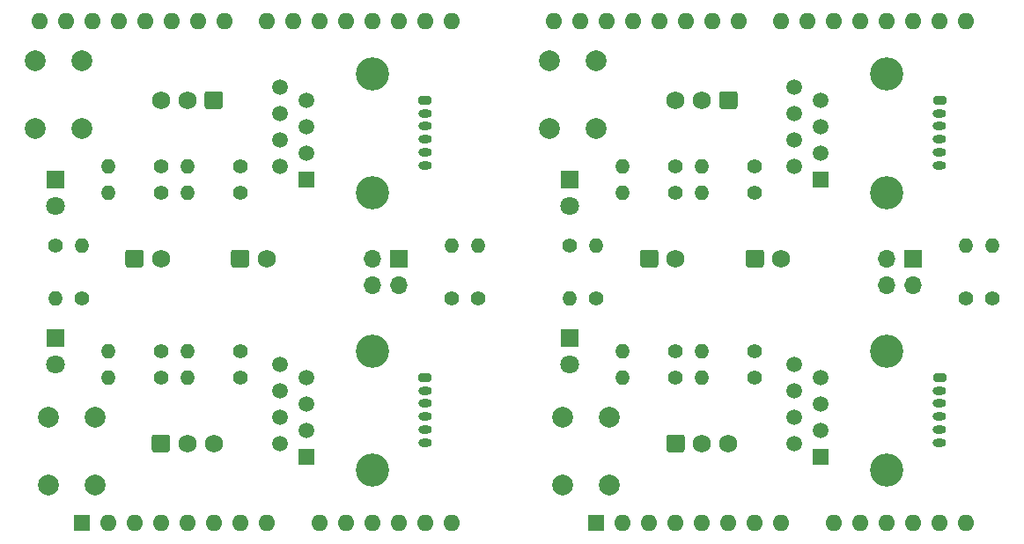
<source format=gts>
%MOIN*%
%OFA0B0*%
%FSLAX46Y46*%
%IPPOS*%
%LPD*%
%ADD10C,0.055118110236220472*%
%ADD11O,0.055118110236220472X0.055118110236220472*%
%ADD12O,0.062992125984251982X0.062992125984251982*%
%ADD13R,0.062992125984251982X0.062992125984251982*%
%ADD14C,0.070866141732283464*%
%ADD15R,0.070866141732283464X0.070866141732283464*%
%ADD16R,0.066929133858267723X0.066929133858267723*%
%ADD17O,0.066929133858267723X0.066929133858267723*%
%ADD18O,0.051181102362204731X0.031496062992125991*%
%ADD19C,0.068503937007874022*%
%ADD20C,0.12598425196850396*%
%ADD21R,0.059055118110236227X0.059055118110236227*%
%ADD22C,0.059055118110236227*%
%ADD23C,0.07874015748031496*%
%ADD34C,0.055118110236220472*%
%ADD35O,0.055118110236220472X0.055118110236220472*%
%ADD36O,0.062992125984251982X0.062992125984251982*%
%ADD37R,0.062992125984251982X0.062992125984251982*%
%ADD38C,0.070866141732283464*%
%ADD39R,0.070866141732283464X0.070866141732283464*%
%ADD40R,0.066929133858267723X0.066929133858267723*%
%ADD41O,0.066929133858267723X0.066929133858267723*%
%ADD42O,0.051181102362204731X0.031496062992125991*%
%ADD43C,0.068503937007874022*%
%ADD44C,0.12598425196850396*%
%ADD45R,0.059055118110236227X0.059055118110236227*%
%ADD46C,0.059055118110236227*%
%ADD47C,0.07874015748031496*%
%LPD*%
G01*
D10*
X-0005275590Y0005236220D02*
X0000874409Y0000636220D03*
D11*
X0000674409Y0000636220D03*
D10*
X0000174409Y0001136220D03*
D11*
X0000174409Y0000936220D03*
D10*
X0000274409Y0000936220D03*
D11*
X0000274409Y0001136220D03*
D10*
X0000574409Y0000636220D03*
D11*
X0000374409Y0000636220D03*
D10*
X0000574409Y0000736220D03*
D11*
X0000374409Y0000736220D03*
D10*
X0000874409Y0000736220D03*
D11*
X0000674409Y0000736220D03*
D10*
X0000874409Y0001336220D03*
D11*
X0000674409Y0001336220D03*
D10*
X0000574409Y0001336220D03*
D11*
X0000374409Y0001336220D03*
D10*
X0000874409Y0001436220D03*
D11*
X0000674409Y0001436220D03*
D10*
X0000574409Y0001436220D03*
D11*
X0000374409Y0001436220D03*
D12*
X0001574409Y0001986220D03*
X0001674409Y0001986220D03*
X0001674409Y0000086220D03*
X0001574409Y0000086220D03*
X0000314566Y0001986220D03*
X0001474409Y0000086220D03*
X0000414566Y0001986220D03*
X0001374409Y0000086220D03*
X0000514566Y0001986220D03*
X0001274409Y0000086220D03*
X0000614566Y0001986220D03*
X0001174409Y0000086220D03*
X0000714566Y0001986220D03*
X0000974409Y0000086220D03*
X0000814566Y0001986220D03*
X0000874409Y0000086220D03*
X0000974409Y0001986220D03*
X0000774409Y0000086220D03*
X0001074409Y0001986220D03*
X0000674409Y0000086220D03*
X0001174409Y0001986220D03*
X0000574409Y0000086220D03*
X0001274409Y0001986220D03*
X0000474409Y0000086220D03*
X0001374409Y0001986220D03*
X0000374409Y0000086220D03*
X0001474409Y0001986220D03*
D13*
X0000274409Y0000086220D03*
D12*
X0000114566Y0001986220D03*
X0000214566Y0001986220D03*
D14*
X0000174409Y0001286220D03*
D15*
X0000174409Y0001386220D03*
X0000174409Y0000786220D03*
D14*
X0000174409Y0000686220D03*
D16*
X0001474409Y0001086220D03*
D17*
X0001374409Y0001086220D03*
X0001474409Y0000986220D03*
X0001374409Y0000986220D03*
G36*
G01*
X0001556692Y0000651968D02*
X0001592125Y0000651968D01*
G75*
G02*
X0001599999Y0000644094J-0000007874D01*
G01*
X0001599999Y0000628346D01*
G75*
G02*
X0001592125Y0000620472I-0000007874D01*
G01*
X0001556692Y0000620472D01*
G75*
G02*
X0001548818Y0000628346J0000007874D01*
G01*
X0001548818Y0000644094D01*
G75*
G02*
X0001556692Y0000651968I0000007874D01*
G01*
G37*
D18*
X0001574409Y0000587007D03*
X0001574409Y0000537795D03*
X0001574409Y0000488582D03*
X0001574409Y0000439370D03*
X0001574409Y0000390157D03*
G36*
G01*
X0000440157Y0001061810D02*
X0000440157Y0001110629D01*
G75*
G02*
X0000449999Y0001120472I0000009842D01*
G01*
X0000498818Y0001120472D01*
G75*
G02*
X0000508661Y0001110629J-0000009842D01*
G01*
X0000508661Y0001061810D01*
G75*
G02*
X0000498818Y0001051968I-0000009842D01*
G01*
X0000449999Y0001051968D01*
G75*
G02*
X0000440157Y0001061810J0000009842D01*
G01*
G37*
D19*
X0000574409Y0001086220D03*
G36*
G01*
X0000540157Y0000361810D02*
X0000540157Y0000410629D01*
G75*
G02*
X0000549999Y0000420472I0000009842D01*
G01*
X0000598818Y0000420472D01*
G75*
G02*
X0000608661Y0000410629J-0000009842D01*
G01*
X0000608661Y0000361810D01*
G75*
G02*
X0000598818Y0000351968I-0000009842D01*
G01*
X0000549999Y0000351968D01*
G75*
G02*
X0000540157Y0000361810J0000009842D01*
G01*
G37*
X0000674409Y0000386220D03*
X0000774409Y0000386220D03*
X0000574409Y0001686220D03*
X0000674409Y0001686220D03*
G36*
G01*
X0000808661Y0001710629D02*
X0000808661Y0001661810D01*
G75*
G02*
X0000798818Y0001651968I-0000009842D01*
G01*
X0000749999Y0001651968D01*
G75*
G02*
X0000740157Y0001661810J0000009842D01*
G01*
X0000740157Y0001710629D01*
G75*
G02*
X0000749999Y0001720472I0000009842D01*
G01*
X0000798818Y0001720472D01*
G75*
G02*
X0000808661Y0001710629J-0000009842D01*
G01*
G37*
D20*
X0001374409Y0000736220D03*
X0001374409Y0000286220D03*
D21*
X0001124409Y0000336220D03*
D22*
X0001024409Y0000386220D03*
X0001124409Y0000436220D03*
X0001024409Y0000486220D03*
X0001124409Y0000536220D03*
X0001024409Y0000586220D03*
X0001124409Y0000636220D03*
X0001024409Y0000686220D03*
X0001024409Y0001736220D03*
X0001124409Y0001686220D03*
X0001024409Y0001636220D03*
X0001124409Y0001586220D03*
X0001024409Y0001536220D03*
X0001124409Y0001486220D03*
X0001024409Y0001436220D03*
D21*
X0001124409Y0001386220D03*
D20*
X0001374409Y0001336220D03*
X0001374409Y0001786220D03*
D18*
X0001574409Y0001440157D03*
X0001574409Y0001489370D03*
X0001574409Y0001538582D03*
X0001574409Y0001587795D03*
X0001574409Y0001637007D03*
G36*
G01*
X0001556692Y0001701968D02*
X0001592125Y0001701968D01*
G75*
G02*
X0001599999Y0001694094J-0000007874D01*
G01*
X0001599999Y0001678346D01*
G75*
G02*
X0001592125Y0001670472I-0000007874D01*
G01*
X0001556692Y0001670472D01*
G75*
G02*
X0001548818Y0001678346J0000007874D01*
G01*
X0001548818Y0001694094D01*
G75*
G02*
X0001556692Y0001701968I0000007874D01*
G01*
G37*
D19*
X0000974409Y0001086220D03*
G36*
G01*
X0000840157Y0001061810D02*
X0000840157Y0001110629D01*
G75*
G02*
X0000849999Y0001120472I0000009842D01*
G01*
X0000898818Y0001120472D01*
G75*
G02*
X0000908661Y0001110629J-0000009842D01*
G01*
X0000908661Y0001061810D01*
G75*
G02*
X0000898818Y0001051968I-0000009842D01*
G01*
X0000849999Y0001051968D01*
G75*
G02*
X0000840157Y0001061810J0000009842D01*
G01*
G37*
D23*
X0000097244Y0001836220D03*
X0000274409Y0001836220D03*
X0000097244Y0001580314D03*
X0000274409Y0001580314D03*
X0000324409Y0000230314D03*
X0000147244Y0000230314D03*
X0000324409Y0000486220D03*
X0000147244Y0000486220D03*
D10*
X0001674409Y0000936220D03*
D11*
X0001674409Y0001136220D03*
X0001774409Y0001136220D03*
D10*
X0001774409Y0000936220D03*
G04 next file*
%LPD*%
G04 #@! TF.GenerationSoftware,KiCad,Pcbnew,(5.1.10)-1*
G04 #@! TF.CreationDate,2021-10-24T19:50:33-07:00*
G04 #@! TF.ProjectId,project,70726f6a-6563-4742-9e6b-696361645f70,rev?*
G04 #@! TF.SameCoordinates,Original*
G04 #@! TF.FileFunction,Soldermask,Top*
G04 #@! TF.FilePolarity,Negative*
G04 Gerber Fmt 4.6, Leading zero omitted, Abs format (unit mm)*
G04 Created by KiCad (PCBNEW (5.1.10)-1) date 2021-10-24 19:50:33*
G01*
G04 APERTURE LIST*
G04 APERTURE END LIST*
D34*
X-0003326771Y0005236220D02*
X0002823228Y0000636220D03*
D35*
X0002623228Y0000636220D03*
D34*
X0002123228Y0001136220D03*
D35*
X0002123228Y0000936220D03*
D34*
X0002223228Y0000936220D03*
D35*
X0002223228Y0001136220D03*
D34*
X0002523228Y0000636220D03*
D35*
X0002323228Y0000636220D03*
D34*
X0002523228Y0000736220D03*
D35*
X0002323228Y0000736220D03*
D34*
X0002823228Y0000736220D03*
D35*
X0002623228Y0000736220D03*
D34*
X0002823228Y0001336220D03*
D35*
X0002623228Y0001336220D03*
D34*
X0002523228Y0001336220D03*
D35*
X0002323228Y0001336220D03*
D34*
X0002823228Y0001436220D03*
D35*
X0002623228Y0001436220D03*
D34*
X0002523228Y0001436220D03*
D35*
X0002323228Y0001436220D03*
D36*
X0003523228Y0001986220D03*
X0003623228Y0001986220D03*
X0003623228Y0000086220D03*
X0003523228Y0000086220D03*
X0002263385Y0001986220D03*
X0003423228Y0000086220D03*
X0002363385Y0001986220D03*
X0003323228Y0000086220D03*
X0002463385Y0001986220D03*
X0003223228Y0000086220D03*
X0002563385Y0001986220D03*
X0003123228Y0000086220D03*
X0002663385Y0001986220D03*
X0002923228Y0000086220D03*
X0002763385Y0001986220D03*
X0002823228Y0000086220D03*
X0002923228Y0001986220D03*
X0002723228Y0000086220D03*
X0003023228Y0001986220D03*
X0002623228Y0000086220D03*
X0003123228Y0001986220D03*
X0002523228Y0000086220D03*
X0003223228Y0001986220D03*
X0002423228Y0000086220D03*
X0003323228Y0001986220D03*
X0002323228Y0000086220D03*
X0003423228Y0001986220D03*
D37*
X0002223228Y0000086220D03*
D36*
X0002063385Y0001986220D03*
X0002163385Y0001986220D03*
D38*
X0002123228Y0001286220D03*
D39*
X0002123228Y0001386220D03*
X0002123228Y0000786220D03*
D38*
X0002123228Y0000686220D03*
D40*
X0003423228Y0001086220D03*
D41*
X0003323228Y0001086220D03*
X0003423228Y0000986220D03*
X0003323228Y0000986220D03*
G36*
G01*
X0003505511Y0000651968D02*
X0003540944Y0000651968D01*
G75*
G02*
X0003548818Y0000644094J-0000007874D01*
G01*
X0003548818Y0000628346D01*
G75*
G02*
X0003540944Y0000620472I-0000007874D01*
G01*
X0003505511Y0000620472D01*
G75*
G02*
X0003497637Y0000628346J0000007874D01*
G01*
X0003497637Y0000644094D01*
G75*
G02*
X0003505511Y0000651968I0000007874D01*
G01*
G37*
D42*
X0003523228Y0000587007D03*
X0003523228Y0000537795D03*
X0003523228Y0000488582D03*
X0003523228Y0000439370D03*
X0003523228Y0000390157D03*
G36*
G01*
X0002388976Y0001061810D02*
X0002388976Y0001110629D01*
G75*
G02*
X0002398818Y0001120472I0000009842D01*
G01*
X0002447637Y0001120472D01*
G75*
G02*
X0002457480Y0001110629J-0000009842D01*
G01*
X0002457480Y0001061810D01*
G75*
G02*
X0002447637Y0001051968I-0000009842D01*
G01*
X0002398818Y0001051968D01*
G75*
G02*
X0002388976Y0001061810J0000009842D01*
G01*
G37*
D43*
X0002523228Y0001086220D03*
G36*
G01*
X0002488976Y0000361810D02*
X0002488976Y0000410629D01*
G75*
G02*
X0002498818Y0000420472I0000009842D01*
G01*
X0002547637Y0000420472D01*
G75*
G02*
X0002557480Y0000410629J-0000009842D01*
G01*
X0002557480Y0000361810D01*
G75*
G02*
X0002547637Y0000351968I-0000009842D01*
G01*
X0002498818Y0000351968D01*
G75*
G02*
X0002488976Y0000361810J0000009842D01*
G01*
G37*
X0002623228Y0000386220D03*
X0002723228Y0000386220D03*
X0002523228Y0001686220D03*
X0002623228Y0001686220D03*
G36*
G01*
X0002757480Y0001710629D02*
X0002757480Y0001661810D01*
G75*
G02*
X0002747637Y0001651968I-0000009842D01*
G01*
X0002698818Y0001651968D01*
G75*
G02*
X0002688976Y0001661810J0000009842D01*
G01*
X0002688976Y0001710629D01*
G75*
G02*
X0002698818Y0001720472I0000009842D01*
G01*
X0002747637Y0001720472D01*
G75*
G02*
X0002757480Y0001710629J-0000009842D01*
G01*
G37*
D44*
X0003323228Y0000736220D03*
X0003323228Y0000286220D03*
D45*
X0003073228Y0000336220D03*
D46*
X0002973228Y0000386220D03*
X0003073228Y0000436220D03*
X0002973228Y0000486220D03*
X0003073228Y0000536220D03*
X0002973228Y0000586220D03*
X0003073228Y0000636220D03*
X0002973228Y0000686220D03*
X0002973228Y0001736220D03*
X0003073228Y0001686220D03*
X0002973228Y0001636220D03*
X0003073228Y0001586220D03*
X0002973228Y0001536220D03*
X0003073228Y0001486220D03*
X0002973228Y0001436220D03*
D45*
X0003073228Y0001386220D03*
D44*
X0003323228Y0001336220D03*
X0003323228Y0001786220D03*
D42*
X0003523228Y0001440157D03*
X0003523228Y0001489370D03*
X0003523228Y0001538582D03*
X0003523228Y0001587795D03*
X0003523228Y0001637007D03*
G36*
G01*
X0003505511Y0001701968D02*
X0003540944Y0001701968D01*
G75*
G02*
X0003548818Y0001694094J-0000007874D01*
G01*
X0003548818Y0001678346D01*
G75*
G02*
X0003540944Y0001670472I-0000007874D01*
G01*
X0003505511Y0001670472D01*
G75*
G02*
X0003497637Y0001678346J0000007874D01*
G01*
X0003497637Y0001694094D01*
G75*
G02*
X0003505511Y0001701968I0000007874D01*
G01*
G37*
D43*
X0002923228Y0001086220D03*
G36*
G01*
X0002788976Y0001061810D02*
X0002788976Y0001110629D01*
G75*
G02*
X0002798818Y0001120472I0000009842D01*
G01*
X0002847637Y0001120472D01*
G75*
G02*
X0002857480Y0001110629J-0000009842D01*
G01*
X0002857480Y0001061810D01*
G75*
G02*
X0002847637Y0001051968I-0000009842D01*
G01*
X0002798818Y0001051968D01*
G75*
G02*
X0002788976Y0001061810J0000009842D01*
G01*
G37*
D47*
X0002046062Y0001836220D03*
X0002223228Y0001836220D03*
X0002046062Y0001580314D03*
X0002223228Y0001580314D03*
X0002273228Y0000230314D03*
X0002096062Y0000230314D03*
X0002273228Y0000486220D03*
X0002096062Y0000486220D03*
D34*
X0003623228Y0000936220D03*
D35*
X0003623228Y0001136220D03*
X0003723228Y0001136220D03*
D34*
X0003723228Y0000936220D03*
M02*
</source>
